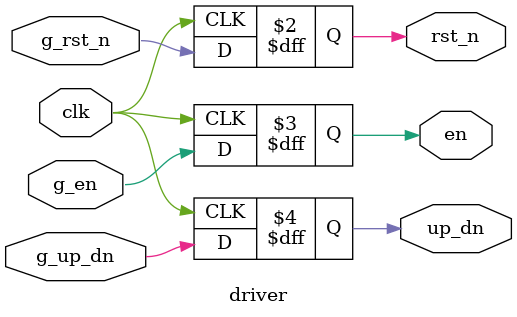
<source format=sv>
module driver (
input logic clk, g_rst_n, g_en, g_up_dn,
output logic rst_n, en, up_dn
);

always@(posedge clk) begin
rst_n <= g_rst_n;
en <= g_en;
up_dn <= g_up_dn;
end

endmodule

</source>
